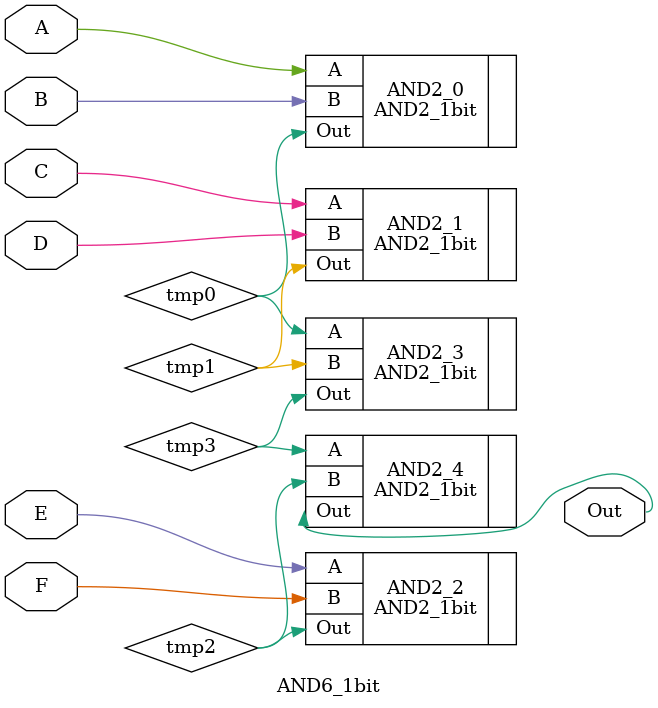
<source format=v>
module AND6_1bit(A, B, C, D, E, F, Out);

input A, B, C, D, E, F;
output Out;

wire tmp0, tmp1, tmp2, tmp3;

AND2_1bit AND2_0(.A(A), .B(B), .Out(tmp0));
AND2_1bit AND2_1(.A(C), .B(D), .Out(tmp1));
AND2_1bit AND2_2(.A(E), .B(F), .Out(tmp2));
AND2_1bit AND2_3(.A(tmp0), .B(tmp1), .Out(tmp3));
AND2_1bit AND2_4(.A(tmp3), .B(tmp2), .Out(Out));

endmodule


</source>
